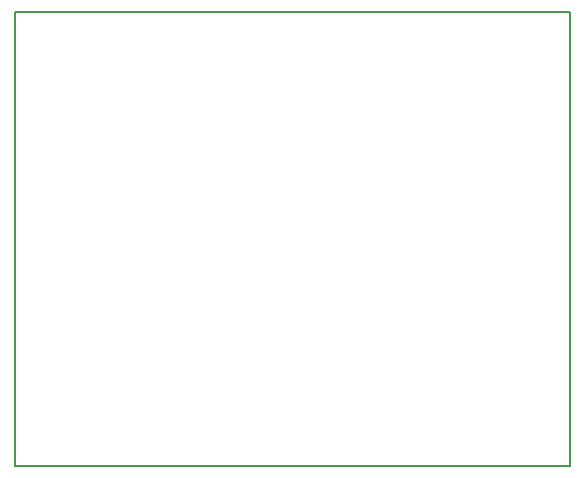
<source format=gbr>
G04 #@! TF.GenerationSoftware,KiCad,Pcbnew,(5.1.4)-1*
G04 #@! TF.CreationDate,2020-02-25T16:56:55+01:00*
G04 #@! TF.ProjectId,Master Thesis PCB,4d617374-6572-4205-9468-657369732050,rev?*
G04 #@! TF.SameCoordinates,Original*
G04 #@! TF.FileFunction,Profile,NP*
%FSLAX46Y46*%
G04 Gerber Fmt 4.6, Leading zero omitted, Abs format (unit mm)*
G04 Created by KiCad (PCBNEW (5.1.4)-1) date 2020-02-25 16:56:55*
%MOMM*%
%LPD*%
G04 APERTURE LIST*
%ADD10C,0.150000*%
G04 APERTURE END LIST*
D10*
X98800000Y-110400000D02*
X98800000Y-72000000D01*
X145800000Y-110400000D02*
X98800000Y-110400000D01*
X145800000Y-72000000D02*
X145800000Y-110400000D01*
X98800000Y-72000000D02*
X145800000Y-72000000D01*
M02*

</source>
